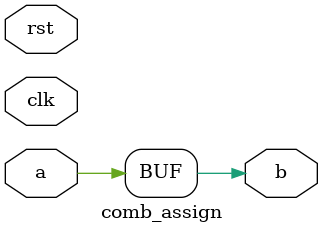
<source format=v>
module comb_assign(
    input clk,
    input rst,
    input a,
    output b
);

    assign b = a;

endmodule

</source>
